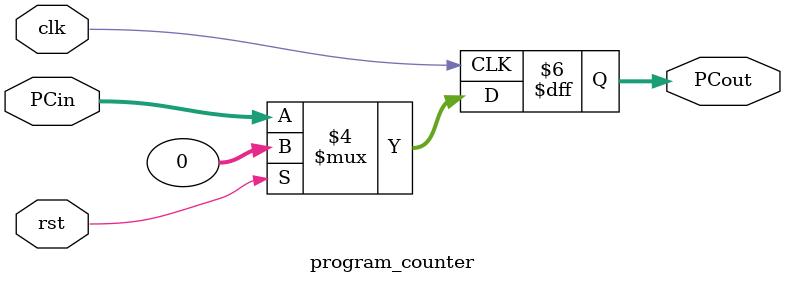
<source format=v>
`timescale 1ns / 1ps


module program_counter(input clk,
                       input rst,
                       input [31:0] PCin,
                       output reg [31:0] PCout

    );
    
    always @ (posedge clk) begin
        
        if(rst == 1) 
            PCout <= 0;
            
        else
            PCout <= PCin;
        
    end
    
endmodule

</source>
